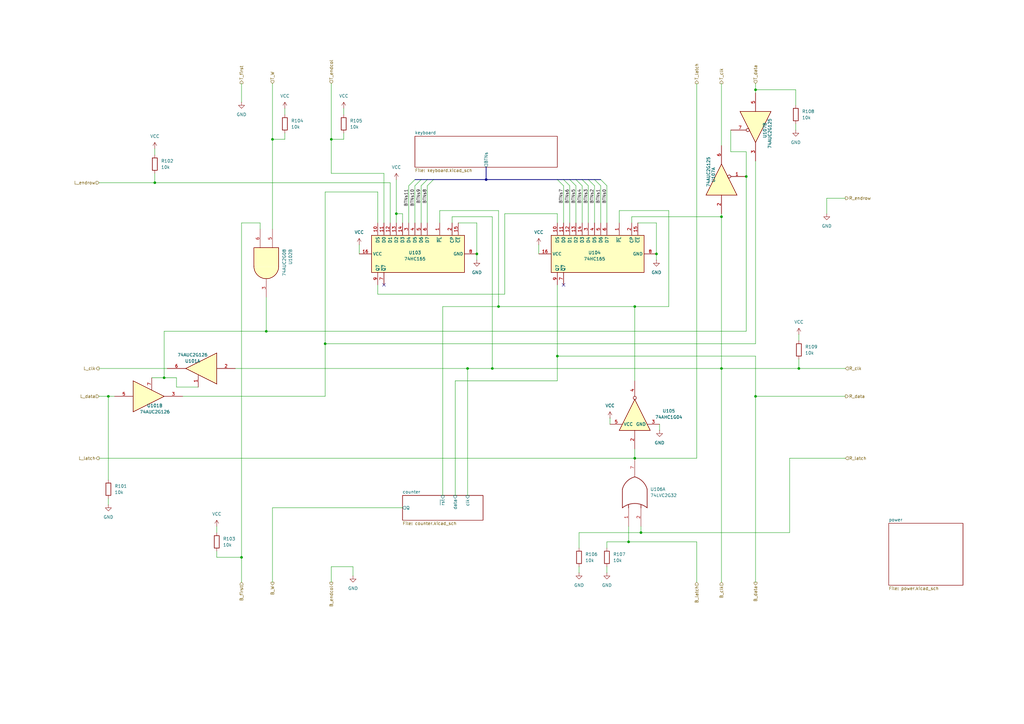
<source format=kicad_sch>
(kicad_sch (version 20250114) (generator "eeschema") (generator_version "9.0")
  (paper "A3")
  (lib_symbols
    (symbol "74xGxx:74AHC1G04"
      (property "Reference" "U" (at -2.54 3.81 0))
      (property "Value" "74AHC1G04" (at 0 -3.81 0))
      (symbol "74AHC1G04_0_1"
        (polyline (pts (xy -7.62 6.35) (xy -7.62 -6.35) (xy 5.08 0) (xy -7.62 6.35)) (stroke (width 0.254)) (fill (type background)))
      )
      (symbol "74AHC1G04_1_1"
        (pin input line (at -15.24 0 0) (length 7.62) (name "~") (number "2"))
        (pin power_in line (at -5.08 10.16 270) (length 5.08) (name "VCC") (number "5"))
        (pin power_in line (at -5.08 -10.16 90) (length 5.08) (name "GND") (number "3"))
        (pin output inverted (at 12.7 0 180) (length 7.62) (name "~") (number "4"))
      )
    )
    (symbol "74xGxx:74AUC2G08"
      (property "Reference" "U" (at -2.54 3.81 0))
      (property "Value" "74AUC2G08" (at 0 -3.81 0))
      (symbol "74AUC2G08_1_1"
        (arc (start 0 5.08) (mid 5.0579 0) (end 0 -5.08) (stroke (width 0.254)) (fill (type background)))
        (polyline (pts (xy 0 -5.08) (xy -7.62 -5.08) (xy -7.62 5.08) (xy 0 5.08)) (stroke (width 0.254)) (fill (type background)))
        (pin input line (at -15.24 2.54 0) (length 7.62) (name "~") (number "1"))
        (pin input line (at -15.24 -2.54 0) (length 7.62) (name "~") (number "2"))
        (pin output line (at 12.7 0 180) (length 7.62) (name "~") (number "7"))
      )
      (symbol "74AUC2G08_2_1"
        (arc (start 0 5.08) (mid 5.0579 0) (end 0 -5.08) (stroke (width 0.254)) (fill (type background)))
        (polyline (pts (xy 0 -5.08) (xy -7.62 -5.08) (xy -7.62 5.08) (xy 0 5.08)) (stroke (width 0.254)) (fill (type background)))
        (pin input line (at -15.24 2.54 0) (length 7.62) (name "~") (number "5"))
        (pin input line (at -15.24 -2.54 0) (length 7.62) (name "~") (number "6"))
        (pin output line (at 12.7 0 180) (length 7.62) (name "~") (number "3"))
      )
      (symbol "74AUC2G08_3_0"
        (rectangle (start -5.08 -5.08) (end 5.08 5.08) (stroke (width 0.254)) (fill (type background)))
      )
      (symbol "74AUC2G08_3_1"
        (pin power_in line (at 0 10.16 270) (length 5.08) (name "VCC") (number "8"))
        (pin power_in line (at 0 -10.16 90) (length 5.08) (name "GND") (number "4"))
      )
    )
    (symbol "74xGxx:74AUC2G125"
      (property "Reference" "U" (at -2.54 3.81 0))
      (property "Value" "74AUC2G125" (at 0 -3.81 0))
      (symbol "74AUC2G125_1_1"
        (polyline (pts (xy -7.62 6.35) (xy -7.62 -6.35) (xy 5.08 0) (xy -7.62 6.35)) (stroke (width 0.254)) (fill (type background)))
        (pin input line (at -15.24 0 0) (length 7.62) (name "~") (number "2"))
        (pin input inverted (at 0 10.16 270) (length 7.62) (name "~") (number "1"))
        (pin tri_state line (at 12.7 0 180) (length 7.62) (name "~") (number "6"))
      )
      (symbol "74AUC2G125_2_1"
        (polyline (pts (xy -7.62 6.35) (xy -7.62 -6.35) (xy 5.08 0) (xy -7.62 6.35)) (stroke (width 0.254)) (fill (type background)))
        (pin input line (at -15.24 0 0) (length 7.62) (name "~") (number "5"))
        (pin input inverted (at 0 10.16 270) (length 7.62) (name "~") (number "7"))
        (pin tri_state line (at 12.7 0 180) (length 7.62) (name "~") (number "3"))
      )
      (symbol "74AUC2G125_3_0"
        (rectangle (start -5.08 -5.08) (end 5.08 5.08) (stroke (width 0.254)) (fill (type background)))
      )
      (symbol "74AUC2G125_3_1"
        (pin power_in line (at 0 10.16 270) (length 5.08) (name "VCC") (number "8"))
        (pin power_in line (at 0 -10.16 90) (length 5.08) (name "GND") (number "4"))
      )
    )
    (symbol "74xGxx:74AUC2G126"
      (property "Reference" "U" (at -2.54 3.81 0))
      (property "Value" "74AUC2G126" (at 0 -3.81 0))
      (symbol "74AUC2G126_1_1"
        (polyline (pts (xy -7.62 6.35) (xy -7.62 -6.35) (xy 5.08 0) (xy -7.62 6.35)) (stroke (width 0.254)) (fill (type background)))
        (pin input line (at -15.24 0 0) (length 7.62) (name "~") (number "2"))
        (pin input line (at 0 7.62 270) (length 5.08) (name "~") (number "1"))
        (pin tri_state line (at 12.7 0 180) (length 7.62) (name "~") (number "6"))
      )
      (symbol "74AUC2G126_2_1"
        (polyline (pts (xy -7.62 6.35) (xy -7.62 -6.35) (xy 5.08 0) (xy -7.62 6.35)) (stroke (width 0.254)) (fill (type background)))
        (pin input line (at -15.24 0 0) (length 7.62) (name "~") (number "5"))
        (pin input line (at 0 7.62 270) (length 5.08) (name "~") (number "7"))
        (pin tri_state line (at 12.7 0 180) (length 7.62) (name "~") (number "3"))
      )
      (symbol "74AUC2G126_3_0"
        (rectangle (start -5.08 -5.08) (end 5.08 5.08) (stroke (width 0.254)) (fill (type background)))
      )
      (symbol "74AUC2G126_3_1"
        (pin power_in line (at 0 10.16 270) (length 5.08) (name "VCC") (number "8"))
        (pin power_in line (at 0 -10.16 90) (length 5.08) (name "GND") (number "4"))
      )
    )
    (symbol "74xGxx:74LVC2G32"
      (property "Reference" "U" (at -7.62 7.62 0))
      (property "Value" "74LVC2G32" (at -7.62 -7.62 0))
      (symbol "74LVC2G32_1_1"
        (arc (start -7.62 5.08) (mid -5.838 0) (end -7.62 -5.08) (stroke (width 0.254)))
        (polyline (pts (xy -7.62 2.54) (xy -6.35 2.54)) (stroke (width 0.254)) (fill (type background)))
        (polyline (pts (xy -7.62 -2.54) (xy -6.35 -2.54)) (stroke (width 0.254)) (fill (type background)))
        (arc (start 5.08 0) (mid 3.202 -3.202) (end 0 -5.08) (stroke (width 0.254)))
        (arc (start 0 5.08) (mid 3.2271 3.2271) (end 5.08 0) (stroke (width 0.254)))
        (polyline (pts (xy 0 5.08) (xy -7.62 5.08)) (stroke (width 0.254)) (fill (type background)))
        (polyline (pts (xy 0 -5.08) (xy -7.62 -5.08)) (stroke (width 0.254)) (fill (type background)))
        (pin input line (at -15.24 2.54 0) (length 7.62) (name "~") (number "1"))
        (pin input line (at -15.24 -2.54 0) (length 7.62) (name "~") (number "2"))
        (pin output line (at 12.7 0 180) (length 7.62) (name "~") (number "7"))
      )
      (symbol "74LVC2G32_2_1"
        (arc (start -7.62 5.08) (mid -5.838 0) (end -7.62 -5.08) (stroke (width 0.254)))
        (polyline (pts (xy -7.62 2.54) (xy -6.35 2.54)) (stroke (width 0.254)) (fill (type background)))
        (polyline (pts (xy -7.62 -2.54) (xy -6.35 -2.54)) (stroke (width 0.254)) (fill (type background)))
        (arc (start 5.08 0) (mid 3.202 -3.202) (end 0 -5.08) (stroke (width 0.254)))
        (arc (start 0 5.08) (mid 3.2271 3.2271) (end 5.08 0) (stroke (width 0.254)))
        (polyline (pts (xy 0 5.08) (xy -7.62 5.08)) (stroke (width 0.254)) (fill (type background)))
        (polyline (pts (xy 0 -5.08) (xy -7.62 -5.08)) (stroke (width 0.254)) (fill (type background)))
        (pin input line (at -15.24 2.54 0) (length 7.62) (name "~") (number "5"))
        (pin input line (at -15.24 -2.54 0) (length 7.62) (name "~") (number "6"))
        (pin output line (at 12.7 0 180) (length 7.62) (name "~") (number "3"))
      )
      (symbol "74LVC2G32_3_0"
        (rectangle (start -5.08 -5.08) (end 5.08 5.08) (stroke (width 0.254)) (fill (type background)))
      )
      (symbol "74LVC2G32_3_1"
        (pin power_in line (at 0 10.16 270) (length 5.08) (name "VCC") (number "8"))
        (pin power_in line (at 0 -10.16 90) (length 5.08) (name "GND") (number "4"))
      )
    )
    (symbol "74xx:74HC165"
      (property "Reference" "U" (at -7.62 19.05 0))
      (property "Value" "74HC165" (at -7.62 -21.59 0))
      (symbol "74HC165_1_0"
        (pin input line (at -12.7 15.24 0) (length 5.08) (name "DS") (number "10"))
        (pin input line (at -12.7 12.7 0) (length 5.08) (name "D0") (number "11"))
        (pin input line (at -12.7 10.16 0) (length 5.08) (name "D1") (number "12"))
        (pin input line (at -12.7 7.62 0) (length 5.08) (name "D2") (number "13"))
        (pin input line (at -12.7 5.08 0) (length 5.08) (name "D3") (number "14"))
        (pin input line (at -12.7 2.54 0) (length 5.08) (name "D4") (number "3"))
        (pin input line (at -12.7 0 0) (length 5.08) (name "D5") (number "4"))
        (pin input line (at -12.7 -2.54 0) (length 5.08) (name "D6") (number "5"))
        (pin input line (at -12.7 -5.08 0) (length 5.08) (name "D7") (number "6"))
        (pin input line (at -12.7 -10.16 0) (length 5.08) (name "~{PL}") (number "1"))
        (pin input line (at -12.7 -15.24 0) (length 5.08) (name "CP") (number "2"))
        (pin input line (at -12.7 -17.78 0) (length 5.08) (name "~{CE}") (number "15"))
        (pin power_in line (at 0 22.86 270) (length 5.08) (name "VCC") (number "16"))
        (pin power_in line (at 0 -25.4 90) (length 5.08) (name "GND") (number "8"))
        (pin output line (at 12.7 15.24 180) (length 5.08) (name "Q7") (number "9"))
        (pin output line (at 12.7 12.7 180) (length 5.08) (name "~{Q7}") (number "7"))
      )
      (symbol "74HC165_1_1"
        (rectangle (start -7.62 17.78) (end 7.62 -20.32) (stroke (width 0.254)) (fill (type background)))
      )
    )
    (symbol "Device:R" (pin_numbers (hide yes)) (pin_names (offset 0))
      (property "Reference" "R" (at 2.032 0 90))
      (property "Value" "R" (at 0 0 90))
      (symbol "R_0_1"
        (rectangle (start -1.016 -2.54) (end 1.016 2.54) (stroke (width 0.254)))
      )
      (symbol "R_1_1"
        (pin passive line (at 0 3.81 270) (length 1.27) (name "~") (number "1"))
        (pin passive line (at 0 -3.81 90) (length 1.27) (name "~") (number "2"))
      )
    )
    (symbol "power:GND" (power) (pin_numbers (hide yes)) (pin_names (offset 0) (hide yes))
      (property "Value" "GND" (at 0 -3.81 0))
      (symbol "GND_0_1"
        (polyline (pts (xy 0 0) (xy 0 -1.27) (xy 1.27 -1.27) (xy 0 -2.54) (xy -1.27 -1.27) (xy 0 -1.27)))
      )
      (symbol "GND_1_1"
        (pin power_in line (at 0 0 270) (length 0) (name "~") (number "1"))
      )
    )
    (symbol "power:VCC" (power) (pin_numbers (hide yes)) (pin_names (offset 0) (hide yes))
      (property "Value" "VCC" (at 0 3.556 0))
      (symbol "VCC_0_1"
        (polyline (pts (xy -0.762 1.27) (xy 0 2.54)))
        (polyline (pts (xy 0 2.54) (xy 0.762 1.27)))
        (polyline (pts (xy 0 0) (xy 0 2.54)))
      )
      (symbol "VCC_1_1"
        (pin power_in line (at 0 0 90) (length 0) (name "~") (number "1"))
      )
    )
  )
  (junction (at 133.35 140.97))
  (junction (at 309.88 36.83))
  (junction (at 269.24 104.14))
  (junction (at 260.35 125.73))
  (junction (at 67.31 154.94))
  (junction (at 327.66 151.13))
  (junction (at 135.89 57.15))
  (junction (at 262.89 218.44))
  (junction (at 204.47 125.73))
  (junction (at 109.22 135.89))
  (junction (at 309.88 162.56))
  (junction (at 111.76 57.15))
  (junction (at 295.91 151.13))
  (junction (at 191.77 151.13))
  (junction (at 228.6 146.05))
  (junction (at 199.39 73.66))
  (junction (at 257.81 222.25))
  (junction (at 295.91 88.9))
  (junction (at 44.45 162.56))
  (junction (at 195.58 104.14))
  (junction (at 99.06 228.6))
  (junction (at 306.07 72.39))
  (junction (at 162.56 87.63))
  (junction (at 201.93 151.13))
  (junction (at 63.5 74.93))
  (junction (at 260.35 187.96))
  (no_connect (at 157.48 116.84))
  (no_connect (at 231.14 116.84))
  (bus_entry (at 228.6 73.66) (size 2.54 2.54))
  (bus_entry (at 238.76 73.66) (size 2.54 2.54))
  (bus_entry (at 172.72 73.66) (size -2.54 2.54))
  (bus_entry (at 177.8 73.66) (size -2.54 2.54))
  (bus_entry (at 236.22 73.66) (size 2.54 2.54))
  (bus_entry (at 170.18 73.66) (size -2.54 2.54))
  (bus_entry (at 175.26 73.66) (size -2.54 2.54))
  (bus_entry (at 246.38 73.66) (size 2.54 2.54))
  (bus_entry (at 233.68 73.66) (size 2.54 2.54))
  (bus_entry (at 231.14 73.66) (size 2.54 2.54))
  (bus_entry (at 243.84 73.66) (size 2.54 2.54))
  (bus_entry (at 241.3 73.66) (size 2.54 2.54))
  (wire (pts (xy 204.47 125.73) (xy 260.35 125.73)))
  (wire (pts (xy 243.84 76.2) (xy 243.84 91.44)))
  (bus (pts (xy 233.68 73.66) (xy 236.22 73.66)))
  (wire (pts (xy 111.76 57.15) (xy 111.76 93.98)))
  (wire (pts (xy 165.1 87.63) (xy 162.56 87.63)))
  (wire (pts (xy 67.31 154.94) (xy 72.39 154.94)))
  (wire (pts (xy 260.35 156.21) (xy 260.35 125.73)))
  (bus (pts (xy 238.76 73.66) (xy 241.3 73.66)))
  (wire (pts (xy 191.77 151.13) (xy 201.93 151.13)))
  (wire (pts (xy 186.69 203.2) (xy 186.69 156.21)))
  (wire (pts (xy 116.84 54.61) (xy 116.84 57.15)))
  (wire (pts (xy 248.92 232.41) (xy 248.92 234.95)))
  (wire (pts (xy 99.06 228.6) (xy 99.06 91.44)))
  (wire (pts (xy 260.35 184.15) (xy 260.35 187.96)))
  (bus (pts (xy 199.39 68.58) (xy 199.39 73.66)))
  (wire (pts (xy 295.91 88.9) (xy 295.91 151.13)))
  (wire (pts (xy 339.09 81.28) (xy 346.71 81.28)))
  (wire (pts (xy 180.34 91.44) (xy 180.34 86.36)))
  (wire (pts (xy 74.93 162.56) (xy 133.35 162.56)))
  (bus (pts (xy 241.3 73.66) (xy 243.84 73.66)))
  (wire (pts (xy 181.61 203.2) (xy 181.61 125.73)))
  (bus (pts (xy 231.14 73.66) (xy 233.68 73.66)))
  (wire (pts (xy 140.97 44.45) (xy 140.97 46.99)))
  (wire (pts (xy 67.31 135.89) (xy 67.31 154.94)))
  (wire (pts (xy 233.68 76.2) (xy 233.68 91.44)))
  (wire (pts (xy 135.89 57.15) (xy 135.89 34.29)))
  (wire (pts (xy 201.93 88.9) (xy 201.93 151.13)))
  (wire (pts (xy 231.14 76.2) (xy 231.14 91.44)))
  (wire (pts (xy 236.22 76.2) (xy 236.22 91.44)))
  (wire (pts (xy 326.39 50.8) (xy 326.39 53.34)))
  (bus (pts (xy 243.84 73.66) (xy 246.38 73.66)))
  (wire (pts (xy 309.88 66.04) (xy 309.88 140.97)))
  (wire (pts (xy 109.22 121.92) (xy 109.22 135.89)))
  (wire (pts (xy 248.92 222.25) (xy 257.81 222.25)))
  (wire (pts (xy 191.77 151.13) (xy 191.77 203.2)))
  (wire (pts (xy 67.31 135.89) (xy 109.22 135.89)))
  (wire (pts (xy 261.62 91.44) (xy 269.24 91.44)))
  (wire (pts (xy 237.49 218.44) (xy 262.89 218.44)))
  (wire (pts (xy 160.02 91.44) (xy 160.02 74.93)))
  (wire (pts (xy 62.23 154.94) (xy 67.31 154.94)))
  (wire (pts (xy 260.35 187.96) (xy 285.75 187.96)))
  (wire (pts (xy 172.72 76.2) (xy 172.72 91.44)))
  (wire (pts (xy 269.24 91.44) (xy 269.24 104.14)))
  (wire (pts (xy 133.35 140.97) (xy 133.35 162.56)))
  (wire (pts (xy 99.06 238.76) (xy 99.06 228.6)))
  (wire (pts (xy 40.64 162.56) (xy 44.45 162.56)))
  (wire (pts (xy 309.88 34.29) (xy 309.88 36.83)))
  (wire (pts (xy 262.89 215.9) (xy 262.89 218.44)))
  (wire (pts (xy 116.84 57.15) (xy 111.76 57.15)))
  (wire (pts (xy 250.19 171.45) (xy 250.19 173.99)))
  (wire (pts (xy 167.64 76.2) (xy 167.64 91.44)))
  (wire (pts (xy 228.6 87.63) (xy 228.6 91.44)))
  (wire (pts (xy 181.61 125.73) (xy 204.47 125.73)))
  (bus (pts (xy 177.8 73.66) (xy 199.39 73.66)))
  (wire (pts (xy 323.85 187.96) (xy 346.71 187.96)))
  (wire (pts (xy 295.91 87.63) (xy 295.91 88.9)))
  (wire (pts (xy 140.97 57.15) (xy 135.89 57.15)))
  (wire (pts (xy 248.92 224.79) (xy 248.92 222.25)))
  (wire (pts (xy 306.07 135.89) (xy 306.07 72.39)))
  (wire (pts (xy 162.56 73.66) (xy 162.56 87.63)))
  (wire (pts (xy 327.66 147.32) (xy 327.66 151.13)))
  (wire (pts (xy 44.45 204.47) (xy 44.45 207.01)))
  (wire (pts (xy 248.92 76.2) (xy 248.92 91.44)))
  (wire (pts (xy 72.39 158.75) (xy 81.28 158.75)))
  (bus (pts (xy 175.26 73.66) (xy 177.8 73.66)))
  (wire (pts (xy 257.81 222.25) (xy 285.75 222.25)))
  (wire (pts (xy 207.01 120.65) (xy 207.01 87.63)))
  (wire (pts (xy 262.89 218.44) (xy 323.85 218.44)))
  (wire (pts (xy 309.88 146.05) (xy 309.88 162.56)))
  (wire (pts (xy 195.58 104.14) (xy 195.58 106.68)))
  (wire (pts (xy 327.66 137.16) (xy 327.66 139.7)))
  (wire (pts (xy 299.72 62.23) (xy 299.72 53.34)))
  (wire (pts (xy 220.98 100.33) (xy 220.98 104.14)))
  (wire (pts (xy 274.32 86.36) (xy 254 86.36)))
  (wire (pts (xy 180.34 86.36) (xy 204.47 86.36)))
  (wire (pts (xy 269.24 104.14) (xy 269.24 106.68)))
  (wire (pts (xy 160.02 74.93) (xy 63.5 74.93)))
  (wire (pts (xy 295.91 151.13) (xy 327.66 151.13)))
  (wire (pts (xy 96.52 151.13) (xy 191.77 151.13)))
  (bus (pts (xy 236.22 73.66) (xy 238.76 73.66)))
  (bus (pts (xy 199.39 73.66) (xy 228.6 73.66)))
  (wire (pts (xy 323.85 187.96) (xy 323.85 218.44)))
  (wire (pts (xy 135.89 232.41) (xy 144.78 232.41)))
  (wire (pts (xy 133.35 78.74) (xy 133.35 140.97)))
  (wire (pts (xy 260.35 125.73) (xy 274.32 125.73)))
  (wire (pts (xy 133.35 140.97) (xy 309.88 140.97)))
  (wire (pts (xy 140.97 54.61) (xy 140.97 57.15)))
  (wire (pts (xy 228.6 116.84) (xy 228.6 146.05)))
  (wire (pts (xy 257.81 215.9) (xy 257.81 222.25)))
  (wire (pts (xy 154.94 120.65) (xy 207.01 120.65)))
  (wire (pts (xy 63.5 71.12) (xy 63.5 74.93)))
  (wire (pts (xy 339.09 87.63) (xy 339.09 81.28)))
  (wire (pts (xy 327.66 151.13) (xy 346.71 151.13)))
  (wire (pts (xy 170.18 76.2) (xy 170.18 91.44)))
  (wire (pts (xy 228.6 156.21) (xy 228.6 146.05)))
  (wire (pts (xy 99.06 34.29) (xy 99.06 41.91)))
  (wire (pts (xy 116.84 44.45) (xy 116.84 46.99)))
  (wire (pts (xy 185.42 91.44) (xy 185.42 88.9)))
  (wire (pts (xy 306.07 62.23) (xy 299.72 62.23)))
  (wire (pts (xy 207.01 87.63) (xy 228.6 87.63)))
  (wire (pts (xy 259.08 91.44) (xy 259.08 88.9)))
  (bus (pts (xy 228.6 73.66) (xy 231.14 73.66)))
  (bus (pts (xy 170.18 73.66) (xy 172.72 73.66)))
  (wire (pts (xy 40.64 187.96) (xy 260.35 187.96)))
  (wire (pts (xy 154.94 78.74) (xy 154.94 91.44)))
  (wire (pts (xy 111.76 208.28) (xy 111.76 238.76)))
  (wire (pts (xy 162.56 87.63) (xy 162.56 91.44)))
  (wire (pts (xy 285.75 222.25) (xy 285.75 238.76)))
  (wire (pts (xy 109.22 135.89) (xy 306.07 135.89)))
  (wire (pts (xy 144.78 232.41) (xy 144.78 236.22)))
  (wire (pts (xy 201.93 151.13) (xy 295.91 151.13)))
  (wire (pts (xy 106.68 91.44) (xy 99.06 91.44)))
  (wire (pts (xy 309.88 36.83) (xy 309.88 38.1)))
  (wire (pts (xy 295.91 34.29) (xy 295.91 59.69)))
  (wire (pts (xy 111.76 34.29) (xy 111.76 57.15)))
  (wire (pts (xy 154.94 116.84) (xy 154.94 120.65)))
  (wire (pts (xy 88.9 215.9) (xy 88.9 218.44)))
  (wire (pts (xy 157.48 71.12) (xy 135.89 71.12)))
  (wire (pts (xy 135.89 238.76) (xy 135.89 232.41)))
  (wire (pts (xy 246.38 76.2) (xy 246.38 91.44)))
  (wire (pts (xy 237.49 232.41) (xy 237.49 234.95)))
  (wire (pts (xy 88.9 226.06) (xy 88.9 228.6)))
  (wire (pts (xy 72.39 154.94) (xy 72.39 158.75)))
  (wire (pts (xy 306.07 72.39) (xy 306.07 62.23)))
  (wire (pts (xy 186.69 156.21) (xy 228.6 156.21)))
  (wire (pts (xy 238.76 76.2) (xy 238.76 91.44)))
  (wire (pts (xy 270.51 173.99) (xy 270.51 176.53)))
  (wire (pts (xy 326.39 36.83) (xy 309.88 36.83)))
  (wire (pts (xy 135.89 71.12) (xy 135.89 57.15)))
  (wire (pts (xy 63.5 60.96) (xy 63.5 63.5)))
  (wire (pts (xy 204.47 86.36) (xy 204.47 125.73)))
  (wire (pts (xy 133.35 78.74) (xy 154.94 78.74)))
  (wire (pts (xy 295.91 151.13) (xy 295.91 238.76)))
  (wire (pts (xy 165.1 208.28) (xy 111.76 208.28)))
  (wire (pts (xy 309.88 162.56) (xy 346.71 162.56)))
  (wire (pts (xy 326.39 43.18) (xy 326.39 36.83)))
  (wire (pts (xy 44.45 162.56) (xy 44.45 196.85)))
  (wire (pts (xy 106.68 93.98) (xy 106.68 91.44)))
  (wire (pts (xy 88.9 228.6) (xy 99.06 228.6)))
  (wire (pts (xy 44.45 162.56) (xy 46.99 162.56)))
  (wire (pts (xy 309.88 238.76) (xy 309.88 162.56)))
  (bus (pts (xy 172.72 73.66) (xy 175.26 73.66)))
  (wire (pts (xy 259.08 88.9) (xy 295.91 88.9)))
  (wire (pts (xy 187.96 91.44) (xy 195.58 91.44)))
  (wire (pts (xy 185.42 88.9) (xy 201.93 88.9)))
  (wire (pts (xy 228.6 146.05) (xy 309.88 146.05)))
  (wire (pts (xy 195.58 91.44) (xy 195.58 104.14)))
  (wire (pts (xy 157.48 91.44) (xy 157.48 71.12)))
  (wire (pts (xy 63.5 74.93) (xy 40.64 74.93)))
  (wire (pts (xy 274.32 125.73) (xy 274.32 86.36)))
  (wire (pts (xy 165.1 91.44) (xy 165.1 87.63)))
  (wire (pts (xy 40.64 151.13) (xy 68.58 151.13)))
  (wire (pts (xy 237.49 224.79) (xy 237.49 218.44)))
  (wire (pts (xy 147.32 100.33) (xy 147.32 104.14)))
  (wire (pts (xy 175.26 76.2) (xy 175.26 91.44)))
  (wire (pts (xy 241.3 76.2) (xy 241.3 91.44)))
  (wire (pts (xy 254 86.36) (xy 254 91.44)))
  (wire (pts (xy 285.75 34.29) (xy 285.75 187.96)))
  (label "BTNs1" (at 246.38 77.47 270))
  (label "BTNs11" (at 167.64 77.47 270))
  (label "BTNs9" (at 172.72 77.47 270))
  (label "BTNs4" (at 238.76 77.47 270))
  (label "BTNs0" (at 248.92 77.47 270))
  (label "BTNs8" (at 175.26 77.47 270))
  (label "BTNs2" (at 243.84 77.47 270))
  (label "BTNs3" (at 241.3 77.47 270))
  (label "BTNs5" (at 236.22 77.47 270))
  (label "BTNs10" (at 170.18 77.47 270))
  (label "BTNs6" (at 233.68 77.47 270))
  (label "BTNs7" (at 231.14 77.47 270))
  (hierarchical_label "B_first" (shape input) (at 99.06 238.76 270))
  (hierarchical_label "L_latch" (shape output) (at 40.64 187.96 180))
  (hierarchical_label "B_data" (shape output) (at 309.88 238.76 270))
  (hierarchical_label "T_data" (shape input) (at 309.88 34.29 90))
  (hierarchical_label "B_latch" (shape input) (at 285.75 238.76 270))
  (hierarchical_label "T_clk" (shape output) (at 295.91 34.29 90))
  (hierarchical_label "L_endrow" (shape input) (at 40.64 74.93 180))
  (hierarchical_label "B_endcol" (shape output) (at 135.89 238.76 270))
  (hierarchical_label "R_endrow" (shape output) (at 346.71 81.28 0))
  (hierarchical_label "B_clk" (shape input) (at 295.91 238.76 270))
  (hierarchical_label "T_W" (shape input) (at 111.76 34.29 90))
  (hierarchical_label "L_data" (shape input) (at 40.64 162.56 180))
  (hierarchical_label "L_clk" (shape output) (at 40.64 151.13 180))
  (hierarchical_label "B_W" (shape output) (at 111.76 238.76 270))
  (hierarchical_label "T_first" (shape output) (at 99.06 34.29 90))
  (hierarchical_label "T_latch" (shape output) (at 285.75 34.29 90))
  (hierarchical_label "T_endcol" (shape input) (at 135.89 34.29 90))
  (hierarchical_label "R_latch" (shape input) (at 346.71 187.96 0))
  (hierarchical_label "R_data" (shape output) (at 346.71 162.56 0))
  (hierarchical_label "R_clk" (shape input) (at 346.71 151.13 0))
  (symbol (lib_id "power:GND") (at 339.09 87.63 0) (unit 1)
    (property "Reference" "#PWR0127" (effects (hide yes)))
    (property "Value" "GND" (at 339.09 92.71 0))
    (property "Description" "Power symbol creates a global label with name \"GND\" , ground" (effects (hide yes)))
  )
  (symbol (lib_id "74xGxx:74LVC2G32") (at 260.35 200.66 90) (unit 1)
    (property "Reference" "U106" (at 266.7 200.6599 90) (effects (justify right)))
    (property "Value" "74LVC2G32" (at 266.7 203.1999 90) (effects (justify right)))
    (property "Footprint" "Package_SO:MSOP-8_3x3mm_P0.65mm" (effects (hide yes)))
    (property "Datasheet" "http://www.ti.com/lit/sg/scyt129e/scyt129e.pdf" (effects (hide yes)))
    (property "Description" "Dual OR Gate, Low-Voltage CMOS" (effects (hide yes)))
    (property "Codice" "SN74LVC2G32DCTR" (effects (hide yes)))
    (property "Link" "https://www.digikey.it/it/products/detail/texas-instruments/SN74LVC2G32DCTR/484828" (effects (hide yes)))
  )
  (symbol (lib_id "power:GND") (at 99.06 41.91 0) (unit 1)
    (property "Reference" "#PWR0112" (effects (hide yes)))
    (property "Value" "GND" (at 99.06 46.99 0))
    (property "Description" "Power symbol creates a global label with name \"GND\" , ground" (effects (hide yes)))
  )
  (symbol (lib_id "power:VCC") (at 147.32 100.33 0) (unit 1)
    (property "Reference" "#PWR0116" (effects (hide yes)))
    (property "Value" "VCC" (at 147.32 95.25 0))
    (property "Description" "Power symbol creates a global label with name \"VCC\"" (effects (hide yes)))
  )
  (symbol (lib_id "74xx:74HC165") (at 243.84 104.14 90) (mirror x) (unit 1)
    (property "Reference" "U104" (at 243.84 103.632 90))
    (property "Value" "74HC165" (at 243.84 106.172 90))
    (property "Footprint" "Package_SO:SOIC-16_3.9x9.9mm_P1.27mm" (effects (hide yes)))
    (property "Datasheet" "https://assets.nexperia.com/documents/data-sheet/74HC_HCT165.pdf" (effects (hide yes)))
    (property "Description" "Shift Register, 8-bit, Parallel Load" (effects (hide yes)))
    (property "Codice" "SN74LVC165ADR" (effects (hide yes)))
    (property "Link" "https://www.digikey.it/it/products/detail/texas-instruments/SN74LVC165ADR/26490310" (effects (hide yes)))
  )
  (symbol (lib_id "power:GND") (at 44.45 207.01 0) (unit 1)
    (property "Reference" "#PWR0109" (effects (hide yes)))
    (property "Value" "GND" (at 44.45 212.09 0))
    (property "Description" "Power symbol creates a global label with name \"GND\" , ground" (effects (hide yes)))
  )
  (symbol (lib_id "Device:R") (at 140.97 50.8 0) (unit 1)
    (property "Reference" "R105" (at 143.51 49.5299 0) (effects (justify left)))
    (property "Value" "10k" (at 143.51 52.0699 0) (effects (justify left)))
    (property "Footprint" "Resistor_SMD:R_0805_2012Metric_Pad1.20x1.40mm_HandSolder" (effects (hide yes)))
    (property "Description" "Resistor" (effects (hide yes)))
    (property "Codice" "RMCF0805FT10K0" (effects (hide yes)))
    (property "Link" "https://www.digikey.it/it/products/detail/stackpole-electronics-inc/RMCF0805FT10K0/1760676" (effects (hide yes)))
  )
  (symbol (lib_id "power:VCC") (at 250.19 171.45 0) (unit 1)
    (property "Reference" "#PWR0122" (effects (hide yes)))
    (property "Value" "VCC" (at 250.19 166.37 0))
    (property "Description" "Power symbol creates a global label with name \"VCC\"" (effects (hide yes)))
  )
  (symbol (lib_id "power:VCC") (at 116.84 44.45 0) (unit 1)
    (property "Reference" "#PWR0113" (effects (hide yes)))
    (property "Value" "VCC" (at 116.84 39.37 0))
    (property "Description" "Power symbol creates a global label with name \"VCC\"" (effects (hide yes)))
  )
  (symbol (lib_id "74xGxx:74AHC1G04") (at 260.35 168.91 90) (unit 1)
    (property "Reference" "U105" (at 274.32 168.5446 90))
    (property "Value" "74AHC1G04" (at 274.32 171.0846 90))
    (property "Footprint" "Package_TO_SOT_SMD:SOT-23-5_HandSoldering" (effects (hide yes)))
    (property "Datasheet" "http://www.ti.com/lit/sg/scyt129e/scyt129e.pdf" (effects (hide yes)))
    (property "Description" "Single NOT Gate, Low-Voltage CMOS" (effects (hide yes)))
    (property "Codice" "SN74LVC1G04DBVR" (effects (hide yes)))
    (property "Link" "https://www.digikey.it/it/products/detail/texas-instruments/SN74LVC1G04DBVR/385716" (effects (hide yes)))
  )
  (symbol (lib_id "Device:R") (at 237.49 228.6 0) (unit 1)
    (property "Reference" "R106" (at 240.03 227.3299 0) (effects (justify left)))
    (property "Value" "10k" (at 240.03 229.8699 0) (effects (justify left)))
    (property "Footprint" "Resistor_SMD:R_0805_2012Metric_Pad1.20x1.40mm_HandSolder" (effects (hide yes)))
    (property "Description" "Resistor" (effects (hide yes)))
    (property "Codice" "RMCF0805FT10K0" (effects (hide yes)))
    (property "Link" "https://www.digikey.it/it/products/detail/stackpole-electronics-inc/RMCF0805FT10K0/1760676" (effects (hide yes)))
  )
  (symbol (lib_id "Device:R") (at 327.66 143.51 0) (unit 1)
    (property "Reference" "R109" (at 330.2 142.2399 0) (effects (justify left)))
    (property "Value" "10k" (at 330.2 144.7799 0) (effects (justify left)))
    (property "Footprint" "Resistor_SMD:R_0805_2012Metric_Pad1.20x1.40mm_HandSolder" (effects (hide yes)))
    (property "Description" "Resistor" (effects (hide yes)))
    (property "Codice" "RMCF0805FT10K0" (effects (hide yes)))
    (property "Link" "https://www.digikey.it/it/products/detail/stackpole-electronics-inc/RMCF0805FT10K0/1760676" (effects (hide yes)))
  )
  (symbol (lib_id "power:VCC") (at 88.9 215.9 0) (unit 1)
    (property "Reference" "#PWR0111" (effects (hide yes)))
    (property "Value" "VCC" (at 88.9 210.82 0))
    (property "Description" "Power symbol creates a global label with name \"VCC\"" (effects (hide yes)))
  )
  (symbol (lib_id "power:GND") (at 269.24 106.68 0) (unit 1)
    (property "Reference" "#PWR0123" (effects (hide yes)))
    (property "Value" "GND" (at 269.24 111.76 0))
    (property "Description" "Power symbol creates a global label with name \"GND\" , ground" (effects (hide yes)))
  )
  (symbol (lib_id "74xGxx:74AUC2G08") (at 109.22 109.22 270) (unit 2)
    (property "Reference" "U102" (at 119.126 102.108 0) (effects (justify left)))
    (property "Value" "74AUC2G08" (at 116.586 102.108 0) (effects (justify left)))
    (property "Footprint" "Package_SO:MSOP-8_3x3mm_P0.65mm" (effects (hide yes)))
    (property "Datasheet" "http://www.ti.com/lit/sg/scyt129e/scyt129e.pdf" (effects (hide yes)))
    (property "Description" "Dual AND Gate, Low-Voltage CMOS" (effects (hide yes)))
    (property "Codice" "SN74LVC2G08IDCTRQ1" (effects (hide yes)))
    (property "Link" "https://www.digikey.it/it/products/detail/texas-instruments/SN74LVC2G08IDCTRQ1/1592267" (effects (hide yes)))
  )
  (symbol (lib_id "Device:R") (at 248.92 228.6 0) (unit 1)
    (property "Reference" "R107" (at 251.46 227.3299 0) (effects (justify left)))
    (property "Value" "10k" (at 251.46 229.8699 0) (effects (justify left)))
    (property "Footprint" "Resistor_SMD:R_0805_2012Metric_Pad1.20x1.40mm_HandSolder" (effects (hide yes)))
    (property "Description" "Resistor" (effects (hide yes)))
    (property "Codice" "RMCF0805FT10K0" (effects (hide yes)))
    (property "Link" "https://www.digikey.it/it/products/detail/stackpole-electronics-inc/RMCF0805FT10K0/1760676" (effects (hide yes)))
  )
  (symbol (lib_id "Device:R") (at 44.45 200.66 0) (unit 1)
    (property "Reference" "R101" (at 46.99 199.3899 0) (effects (justify left)))
    (property "Value" "10k" (at 46.99 201.9299 0) (effects (justify left)))
    (property "Footprint" "Resistor_SMD:R_0805_2012Metric_Pad1.20x1.40mm_HandSolder" (effects (hide yes)))
    (property "Description" "Resistor" (effects (hide yes)))
    (property "Codice" "RMCF0805FT10K0" (effects (hide yes)))
    (property "Link" "https://www.digikey.it/it/products/detail/stackpole-electronics-inc/RMCF0805FT10K0/1760676" (effects (hide yes)))
  )
  (symbol (lib_id "power:GND") (at 248.92 234.95 0) (unit 1)
    (property "Reference" "#PWR0121" (effects (hide yes)))
    (property "Value" "GND" (at 248.92 240.03 0))
    (property "Description" "Power symbol creates a global label with name \"GND\" , ground" (effects (hide yes)))
  )
  (symbol (lib_id "power:GND") (at 195.58 106.68 0) (unit 1)
    (property "Reference" "#PWR0118" (effects (hide yes)))
    (property "Value" "GND" (at 195.58 111.76 0))
    (property "Description" "Power symbol creates a global label with name \"GND\" , ground" (effects (hide yes)))
  )
  (symbol (lib_id "power:VCC") (at 140.97 44.45 0) (unit 1)
    (property "Reference" "#PWR0114" (effects (hide yes)))
    (property "Value" "VCC" (at 140.97 39.37 0))
    (property "Description" "Power symbol creates a global label with name \"VCC\"" (effects (hide yes)))
  )
  (symbol (lib_id "power:GND") (at 270.51 176.53 0) (unit 1)
    (property "Reference" "#PWR0124" (effects (hide yes)))
    (property "Value" "GND" (at 270.51 181.61 0))
    (property "Description" "Power symbol creates a global label with name \"GND\" , ground" (effects (hide yes)))
  )
  (symbol (lib_id "power:VCC") (at 220.98 100.33 0) (unit 1)
    (property "Reference" "#PWR0119" (effects (hide yes)))
    (property "Value" "VCC" (at 220.98 95.25 0))
    (property "Description" "Power symbol creates a global label with name \"VCC\"" (effects (hide yes)))
  )
  (symbol (lib_id "power:GND") (at 326.39 53.34 0) (unit 1)
    (property "Reference" "#PWR0125" (effects (hide yes)))
    (property "Value" "GND" (at 326.39 58.42 0))
    (property "Description" "Power symbol creates a global label with name \"GND\" , ground" (effects (hide yes)))
  )
  (symbol (lib_id "Device:R") (at 326.39 46.99 0) (unit 1)
    (property "Reference" "R108" (at 328.93 45.7199 0) (effects (justify left)))
    (property "Value" "10k" (at 328.93 48.2599 0) (effects (justify left)))
    (property "Footprint" "Resistor_SMD:R_0805_2012Metric_Pad1.20x1.40mm_HandSolder" (effects (hide yes)))
    (property "Description" "Resistor" (effects (hide yes)))
    (property "Codice" "RMCF0805FT10K0" (effects (hide yes)))
    (property "Link" "https://www.digikey.it/it/products/detail/stackpole-electronics-inc/RMCF0805FT10K0/1760676" (effects (hide yes)))
  )
  (symbol (lib_id "Device:R") (at 116.84 50.8 0) (unit 1)
    (property "Reference" "R104" (at 119.38 49.5299 0) (effects (justify left)))
    (property "Value" "10k" (at 119.38 52.0699 0) (effects (justify left)))
    (property "Footprint" "Resistor_SMD:R_0805_2012Metric_Pad1.20x1.40mm_HandSolder" (effects (hide yes)))
    (property "Description" "Resistor" (effects (hide yes)))
    (property "Codice" "RMCF0805FT10K0" (effects (hide yes)))
    (property "Link" "https://www.digikey.it/it/products/detail/stackpole-electronics-inc/RMCF0805FT10K0/1760676" (effects (hide yes)))
  )
  (symbol (lib_id "power:VCC") (at 63.5 60.96 0) (unit 1)
    (property "Reference" "#PWR0110" (effects (hide yes)))
    (property "Value" "VCC" (at 63.5 55.88 0))
    (property "Description" "Power symbol creates a global label with name \"VCC\"" (effects (hide yes)))
  )
  (symbol (lib_id "Device:R") (at 63.5 67.31 0) (unit 1)
    (property "Reference" "R102" (at 66.04 66.0399 0) (effects (justify left)))
    (property "Value" "10k" (at 66.04 68.5799 0) (effects (justify left)))
    (property "Footprint" "Resistor_SMD:R_0805_2012Metric_Pad1.20x1.40mm_HandSolder" (effects (hide yes)))
    (property "Description" "Resistor" (effects (hide yes)))
    (property "Codice" "RMCF0805FT10K0" (effects (hide yes)))
    (property "Link" "https://www.digikey.it/it/products/detail/stackpole-electronics-inc/RMCF0805FT10K0/1760676" (effects (hide yes)))
  )
  (symbol (lib_id "74xx:74HC165") (at 170.18 104.14 90) (mirror x) (unit 1)
    (property "Reference" "U103" (at 170.18 103.632 90))
    (property "Value" "74HC165" (at 170.18 106.172 90))
    (property "Footprint" "Package_SO:SOIC-16_3.9x9.9mm_P1.27mm" (effects (hide yes)))
    (property "Datasheet" "https://assets.nexperia.com/documents/data-sheet/74HC_HCT165.pdf" (effects (hide yes)))
    (property "Description" "Shift Register, 8-bit, Parallel Load" (effects (hide yes)))
    (property "Codice" "SN74LVC165ADR" (effects (hide yes)))
    (property "Link" "https://www.digikey.it/it/products/detail/texas-instruments/SN74LVC165ADR/26490310" (effects (hide yes)))
  )
  (symbol (lib_id "Device:R") (at 88.9 222.25 0) (unit 1)
    (property "Reference" "R103" (at 91.44 220.9799 0) (effects (justify left)))
    (property "Value" "10k" (at 91.44 223.5199 0) (effects (justify left)))
    (property "Footprint" "Resistor_SMD:R_0805_2012Metric_Pad1.20x1.40mm_HandSolder" (effects (hide yes)))
    (property "Description" "Resistor" (effects (hide yes)))
    (property "Codice" "RMCF0805FT10K0" (effects (hide yes)))
    (property "Link" "https://www.digikey.it/it/products/detail/stackpole-electronics-inc/RMCF0805FT10K0/1760676" (effects (hide yes)))
  )
  (symbol (lib_id "74xGxx:74AUC2G125") (at 295.91 72.39 270) (mirror x) (unit 1)
    (property "Reference" "U107" (at 292.608 68.58 0) (effects (justify right)))
    (property "Value" "74AUC2G125" (at 290.576 64.262 0) (effects (justify right)))
    (property "Footprint" "Package_SO:MSOP-8_3x3mm_P0.65mm" (effects (hide yes)))
    (property "Datasheet" "http://www.ti.com/lit/sg/scyt129e/scyt129e.pdf" (effects (hide yes)))
    (property "Description" "Dual Buffer Tri-State, Low-Voltage CMOS" (effects (hide yes)))
    (property "Codice" "SN74LVC2G125DCTR" (effects (hide yes)))
    (property "Link" "https://www.digikey.it/it/products/detail/texas-instruments/SN74LVC2G125DCTR/412008" (effects (hide yes)))
  )
  (symbol (lib_id "power:VCC") (at 162.56 73.66 0) (unit 1)
    (property "Reference" "#PWR0117" (effects (hide yes)))
    (property "Value" "VCC" (at 162.56 68.58 0))
    (property "Description" "Power symbol creates a global label with name \"VCC\"" (effects (hide yes)))
  )
  (symbol (lib_id "power:VCC") (at 327.66 137.16 0) (unit 1)
    (property "Reference" "#PWR0126" (effects (hide yes)))
    (property "Value" "VCC" (at 327.66 132.08 0))
    (property "Description" "Power symbol creates a global label with name \"VCC\"" (effects (hide yes)))
  )
  (symbol (lib_id "74xGxx:74AUC2G126") (at 62.23 162.56 0) (unit 2)
    (property "Reference" "U101" (at 63.5 166.37 0))
    (property "Value" "74AUC2G126" (at 63.5 168.91 0))
    (property "Footprint" "Package_SO:MSOP-8_3x3mm_P0.65mm" (effects (hide yes)))
    (property "Datasheet" "http://www.ti.com/lit/sg/scyt129e/scyt129e.pdf" (effects (hide yes)))
    (property "Description" "Dual Buffer Tri-State, Low-Voltage CMOS" (effects (hide yes)))
    (property "Codice" "74LVC2G126DCTRG4" (effects (hide yes)))
    (property "Link" "https://www.digikey.it/it/products/detail/texas-instruments/74LVC2G126DCTRG4/2047054" (effects (hide yes)))
  )
  (symbol (lib_id "power:GND") (at 237.49 234.95 0) (unit 1)
    (property "Reference" "#PWR0120" (effects (hide yes)))
    (property "Value" "GND" (at 237.49 240.03 0))
    (property "Description" "Power symbol creates a global label with name \"GND\" , ground" (effects (hide yes)))
  )
  (symbol (lib_id "74xGxx:74AUC2G126") (at 81.28 151.13 180) (unit 1)
    (property "Reference" "U101" (at 78.994 148.082 0))
    (property "Value" "74AUC2G126" (at 78.994 145.542 0))
    (property "Footprint" "Package_SO:MSOP-8_3x3mm_P0.65mm" (effects (hide yes)))
    (property "Datasheet" "http://www.ti.com/lit/sg/scyt129e/scyt129e.pdf" (effects (hide yes)))
    (property "Description" "Dual Buffer Tri-State, Low-Voltage CMOS" (effects (hide yes)))
    (property "Codice" "74LVC2G126DCTRG4" (effects (hide yes)))
    (property "Link" "https://www.digikey.it/it/products/detail/texas-instruments/74LVC2G126DCTRG4/2047054" (effects (hide yes)))
  )
  (symbol (lib_id "power:GND") (at 144.78 236.22 0) (unit 1)
    (property "Reference" "#PWR0115" (effects (hide yes)))
    (property "Value" "GND" (at 144.78 241.3 0))
    (property "Description" "Power symbol creates a global label with name \"GND\" , ground" (effects (hide yes)))
  )
  (symbol (lib_id "74xGxx:74AUC2G125") (at 309.88 53.34 90) (mirror x) (unit 2)
    (property "Reference" "U107" (at 313.69 56.642 0) (effects (justify right)))
    (property "Value" "74AUC2G125" (at 315.722 60.96 0) (effects (justify right)))
    (property "Footprint" "Package_SO:MSOP-8_3x3mm_P0.65mm" (effects (hide yes)))
    (property "Datasheet" "http://www.ti.com/lit/sg/scyt129e/scyt129e.pdf" (effects (hide yes)))
    (property "Description" "Dual Buffer Tri-State, Low-Voltage CMOS" (effects (hide yes)))
    (property "Codice" "SN74LVC2G125DCTR" (effects (hide yes)))
    (property "Link" "https://www.digikey.it/it/products/detail/texas-instruments/SN74LVC2G125DCTR/412008" (effects (hide yes)))
  )
  (sheet (at 165.1 203.2) (size 33.02 10.16) (stroke (width 0.1524))
    (property "Sheetname" "counter" (at 165.1 202.4884 0) (effects (justify left bottom)))
    (property "Sheetfile" "counter.kicad_sch" (at 165.1 213.9446 0) (effects (justify left top)))
    (pin "clk" input (at 191.77 203.2 90))
    (pin "data" input (at 186.69 203.2 90))
    (pin "Q" output (at 165.1 208.28 180))
    (pin "~{rst}" input (at 181.61 203.2 90))
  )
  (sheet (at 364.49 214.63) (size 30.48 25.4) (stroke (width 0.1524))
    (property "Sheetname" "power" (at 364.49 213.9184 0) (effects (justify left bottom)))
    (property "Sheetfile" "power.kicad_sch" (at 364.49 240.6146 0) (effects (justify left top)))
  )
  (sheet (at 170.18 55.88) (size 58.42 12.7) (stroke (width 0.1524))
    (property "Sheetname" "keyboard" (at 170.18 55.1684 0) (effects (justify left bottom)))
    (property "Sheetfile" "keyboard.kicad_sch" (at 170.18 69.1646 0) (effects (justify left top)))
    (pin "BTNs" output (at 199.39 68.58 270))
  )
)
</source>
